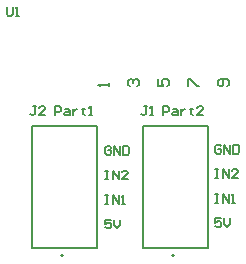
<source format=gto>
G04*
G04 #@! TF.GenerationSoftware,Altium Limited,Altium Designer,24.7.2 (38)*
G04*
G04 Layer_Color=65535*
%FSLAX25Y25*%
%MOIN*%
G70*
G04*
G04 #@! TF.SameCoordinates,316F918C-615F-49C5-A864-845732F47779*
G04*
G04*
G04 #@! TF.FilePolarity,Positive*
G04*
G01*
G75*
%ADD10C,0.00787*%
%ADD11C,0.00500*%
%ADD12C,0.00600*%
D10*
X160894Y109665D02*
G03*
X160894Y109665I-394J0D01*
G01*
X123894D02*
G03*
X123894Y109665I-394J0D01*
G01*
D11*
X150461Y112224D02*
X172114D01*
X150461Y152776D02*
X172114D01*
X150461Y112224D02*
Y152776D01*
X172114Y112224D02*
Y152776D01*
X113461Y112224D02*
X135114D01*
X113461Y152776D02*
X135114D01*
X113461Y112224D02*
Y152776D01*
X135114Y112224D02*
Y152776D01*
X139824Y121611D02*
X137825D01*
Y120112D01*
X138825Y120611D01*
X139325D01*
X139824Y120112D01*
Y119112D01*
X139325Y118612D01*
X138325D01*
X137825Y119112D01*
X140824Y121611D02*
Y119612D01*
X141824Y118612D01*
X142823Y119612D01*
Y121611D01*
X137825Y129778D02*
X138825D01*
X138325D01*
Y126779D01*
X137825D01*
X138825D01*
X140324D02*
Y129778D01*
X142324Y126779D01*
Y129778D01*
X143323Y126779D02*
X144323D01*
X143823D01*
Y129778D01*
X143323Y129278D01*
X137825Y137944D02*
X138825D01*
X138325D01*
Y134945D01*
X137825D01*
X138825D01*
X140324D02*
Y137944D01*
X142324Y134945D01*
Y137944D01*
X145323Y134945D02*
X143323D01*
X145323Y136945D01*
Y137444D01*
X144823Y137944D01*
X143823D01*
X143323Y137444D01*
X139824Y145611D02*
X139325Y146111D01*
X138325D01*
X137825Y145611D01*
Y143612D01*
X138325Y143112D01*
X139325D01*
X139824Y143612D01*
Y144612D01*
X138825D01*
X140824Y143112D02*
Y146111D01*
X142823Y143112D01*
Y146111D01*
X143823D02*
Y143112D01*
X145323D01*
X145823Y143612D01*
Y145611D01*
X145323Y146111D01*
X143823D01*
X176499Y145999D02*
X175999Y146499D01*
X175000D01*
X174500Y145999D01*
Y144000D01*
X175000Y143500D01*
X175999D01*
X176499Y144000D01*
Y145000D01*
X175500D01*
X177499Y143500D02*
Y146499D01*
X179498Y143500D01*
Y146499D01*
X180498D02*
Y143500D01*
X181998D01*
X182497Y144000D01*
Y145999D01*
X181998Y146499D01*
X180498D01*
X174500Y138332D02*
X175500D01*
X175000D01*
Y135333D01*
X174500D01*
X175500D01*
X176999D02*
Y138332D01*
X178998Y135333D01*
Y138332D01*
X181998Y135333D02*
X179998D01*
X181998Y137333D01*
Y137832D01*
X181498Y138332D01*
X180498D01*
X179998Y137832D01*
X174500Y130166D02*
X175500D01*
X175000D01*
Y127167D01*
X174500D01*
X175500D01*
X176999D02*
Y130166D01*
X178998Y127167D01*
Y130166D01*
X179998Y127167D02*
X180998D01*
X180498D01*
Y130166D01*
X179998Y129666D01*
X176499Y121999D02*
X174500D01*
Y120500D01*
X175500Y120999D01*
X175999D01*
X176499Y120500D01*
Y119500D01*
X175999Y119000D01*
X175000D01*
X174500Y119500D01*
X177499Y121999D02*
Y120000D01*
X178499Y119000D01*
X179498Y120000D01*
Y121999D01*
X105001Y192499D02*
Y190000D01*
X105500Y189500D01*
X106500D01*
X107000Y190000D01*
Y192499D01*
X108000Y189500D02*
X108999D01*
X108500D01*
Y192499D01*
X108000Y192000D01*
X157000Y156400D02*
Y159399D01*
X158500D01*
X158999Y158899D01*
Y157899D01*
X158500Y157400D01*
X157000D01*
X160499Y158399D02*
X161499D01*
X161998Y157899D01*
Y156400D01*
X160499D01*
X159999Y156900D01*
X160499Y157400D01*
X161998D01*
X162998Y158399D02*
Y156400D01*
Y157400D01*
X163498Y157899D01*
X163998Y158399D01*
X164498D01*
X166497Y158899D02*
Y158399D01*
X165997D01*
X166997D01*
X166497D01*
Y156900D01*
X166997Y156400D01*
X170496D02*
X168496D01*
X170496Y158399D01*
Y158899D01*
X169996Y159399D01*
X168996D01*
X168496Y158899D01*
X151899Y159399D02*
X150900D01*
X151400D01*
Y156900D01*
X150900Y156400D01*
X150400D01*
X149900Y156900D01*
X152899Y156400D02*
X153899D01*
X153399D01*
Y159399D01*
X152899Y158899D01*
X121000Y156400D02*
Y159399D01*
X122500D01*
X122999Y158899D01*
Y157899D01*
X122500Y157400D01*
X121000D01*
X124499Y158399D02*
X125499D01*
X125998Y157899D01*
Y156400D01*
X124499D01*
X123999Y156900D01*
X124499Y157400D01*
X125998D01*
X126998Y158399D02*
Y156400D01*
Y157400D01*
X127498Y157899D01*
X127998Y158399D01*
X128498D01*
X130497Y158899D02*
Y158399D01*
X129997D01*
X130997D01*
X130497D01*
Y156900D01*
X130997Y156400D01*
X132496D02*
X133496D01*
X132996D01*
Y159399D01*
X132496Y158899D01*
X114899Y159399D02*
X113900D01*
X114400D01*
Y156900D01*
X113900Y156400D01*
X113400D01*
X112900Y156900D01*
X117898Y156400D02*
X115899D01*
X117898Y158399D01*
Y158899D01*
X117399Y159399D01*
X116399D01*
X115899Y158899D01*
D12*
X178417Y166000D02*
X179000Y166583D01*
Y167749D01*
X178417Y168333D01*
X176084D01*
X175501Y167749D01*
Y166583D01*
X176084Y166000D01*
X176667D01*
X177251Y166583D01*
Y168333D01*
X165501Y166000D02*
Y168333D01*
X166084D01*
X168417Y166000D01*
X169000D01*
X155501Y168333D02*
Y166000D01*
X157251D01*
X156667Y167166D01*
Y167749D01*
X157251Y168333D01*
X158417D01*
X159000Y167749D01*
Y166583D01*
X158417Y166000D01*
X146084D02*
X145501Y166583D01*
Y167749D01*
X146084Y168333D01*
X146667D01*
X147251Y167749D01*
Y167166D01*
Y167749D01*
X147834Y168333D01*
X148417D01*
X149000Y167749D01*
Y166583D01*
X148417Y166000D01*
X139000D02*
Y167166D01*
Y166583D01*
X135501D01*
X136084Y166000D01*
M02*

</source>
